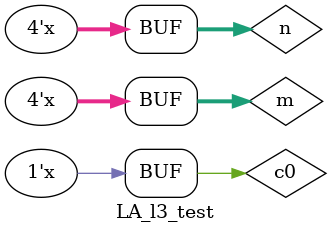
<source format=v>
`timescale 1ns / 1ps


module LA_l3_test;

	// Inputs
	reg [3:0] m;
	reg [3:0] n;
	reg c0;

	// Outputs
	wire car_out;
	wire [3:0] y;

	// Instantiate the Unit Under Test (UUT)
	fbla uut (
		.m(m), 
		.n(n), 
		.c0(c0), 
		.car_out(car_out), 
		.y(y)
	);

	initial begin
		// Initialize Inputs
		m = 0;
		n = 0;
		c0 = 0;

		// Wait 100 ns for global reset to finish
		#100;
        
		// Add stimulus here

	end
	always #1 m[0] = ~m[0];
   always #2 m[1] = ~m[1];
	always #4 m[2] = ~m[2];
	always #8 m[3] = ~m[3];
	always #16 n[0] = ~n[0];
	always #32 n[1] = ~n[1];
	always #64 n[2] = ~n[2];
	always #128 n[3] = ~n[3];
	always #256 c0 = ~c0;   
endmodule


</source>
